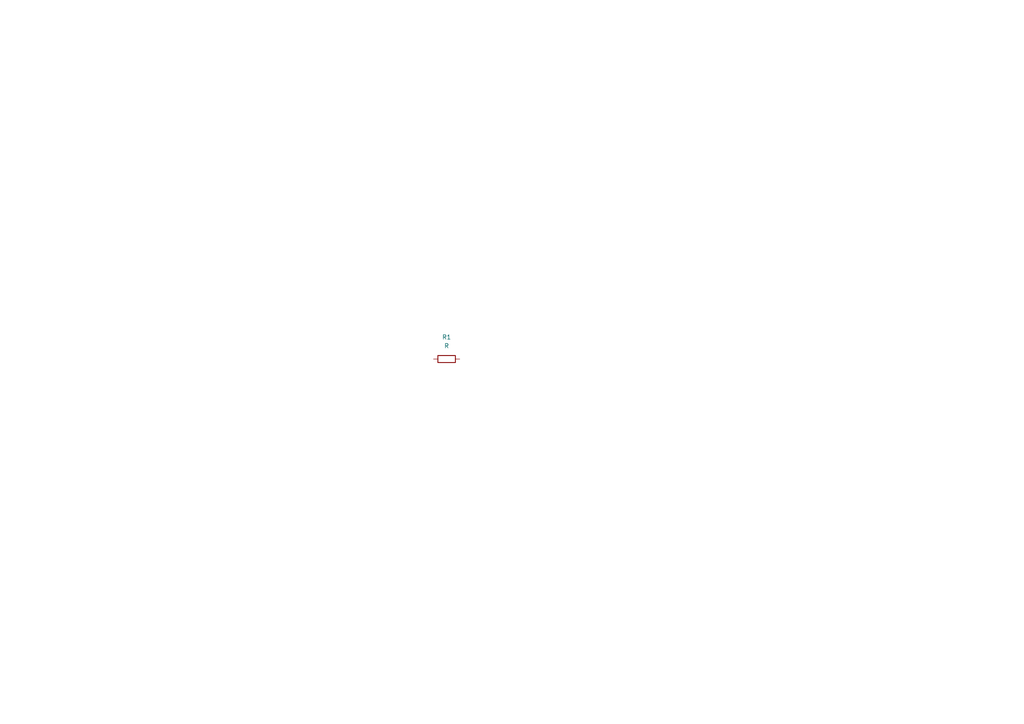
<source format=kicad_sch>
(kicad_sch (version 20231120) (generator "eeschema") (generator_version "8.0")
  (paper "A4")
  (lib_symbols
    (symbol "Device:R" (pin_numbers hide) (pin_names (offset 0))
      (property "Reference" "R" (at 2.032 0 90))
      (property "Value" "R" (at 0 0 90))
      (symbol "R_0_1"
        (rectangle (start -1.016 -2.54) (end 1.016 2.54) (stroke (width 0.254)))
      )
      (symbol "R_1_1"
        (pin passive line (at 0 3.81 270) (length 1.27) (name "~") (number "1"))
        (pin passive line (at 0 -3.81 90) (length 1.27) (name "~") (number "2"))
      )
    )
  )
  (symbol (lib_id "Device:R") (at 129.54 104.14 90) (unit 1)
    (property "Reference" "R1" (at 129.54 97.79 90))
    (property "Value" "R" (at 129.54 100.33 90))
    (property "Description" "Resistor" (effects (hide yes)))
  )
)
</source>
